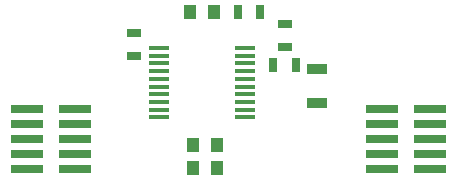
<source format=gbr>
G04 #@! TF.GenerationSoftware,KiCad,Pcbnew,(2017-03-04 revision f18196186)-makepkg*
G04 #@! TF.CreationDate,2017-05-27T01:25:53+02:00*
G04 #@! TF.ProjectId,SPI PT100,5350492050543130302E6B696361645F,1.0*
G04 #@! TF.FileFunction,Paste,Top*
G04 #@! TF.FilePolarity,Positive*
%FSLAX46Y46*%
G04 Gerber Fmt 4.6, Leading zero omitted, Abs format (unit mm)*
G04 Created by KiCad (PCBNEW (2017-03-04 revision f18196186)-makepkg) date 05/27/17 01:25:53*
%MOMM*%
%LPD*%
G01*
G04 APERTURE LIST*
%ADD10C,0.100000*%
%ADD11R,1.300000X0.700000*%
%ADD12R,1.750000X0.450000*%
%ADD13R,2.795000X0.740000*%
%ADD14R,1.000000X1.250000*%
%ADD15R,0.700000X1.300000*%
%ADD16R,1.700000X0.900000*%
G04 APERTURE END LIST*
D10*
D11*
X12000000Y18950000D03*
X12000000Y17050000D03*
D12*
X14150000Y11825000D03*
X14150000Y12475000D03*
X14150000Y13125000D03*
X14150000Y13775000D03*
X14150000Y14425000D03*
X14150000Y15075000D03*
X14150000Y15725000D03*
X14150000Y16375000D03*
X14150000Y17025000D03*
X14150000Y17675000D03*
X21350000Y17675000D03*
X21350000Y17025000D03*
X21350000Y16375000D03*
X21350000Y15725000D03*
X21350000Y15075000D03*
X21350000Y14425000D03*
X21350000Y13775000D03*
X21350000Y13125000D03*
X21350000Y12475000D03*
X21350000Y11825000D03*
D13*
X7032500Y7460000D03*
X2967500Y7460000D03*
X7032500Y8730000D03*
X2967500Y8730000D03*
X7032500Y10000000D03*
X2967500Y10000000D03*
X7032500Y11270000D03*
X2967500Y11270000D03*
X7032500Y12540000D03*
X2967500Y12540000D03*
D14*
X16750000Y20750000D03*
X18750000Y20750000D03*
X19000000Y7500000D03*
X17000000Y7500000D03*
X17000000Y9500000D03*
X19000000Y9500000D03*
D15*
X20800000Y20750000D03*
X22700000Y20750000D03*
D11*
X24750000Y19700000D03*
X24750000Y17800000D03*
D15*
X25700000Y16250000D03*
X23800000Y16250000D03*
D13*
X37032500Y7460000D03*
X32967500Y7460000D03*
X37032500Y8730000D03*
X32967500Y8730000D03*
X37032500Y10000000D03*
X32967500Y10000000D03*
X37032500Y11270000D03*
X32967500Y11270000D03*
X37032500Y12540000D03*
X32967500Y12540000D03*
D16*
X27500000Y15950000D03*
X27500000Y13050000D03*
M02*

</source>
